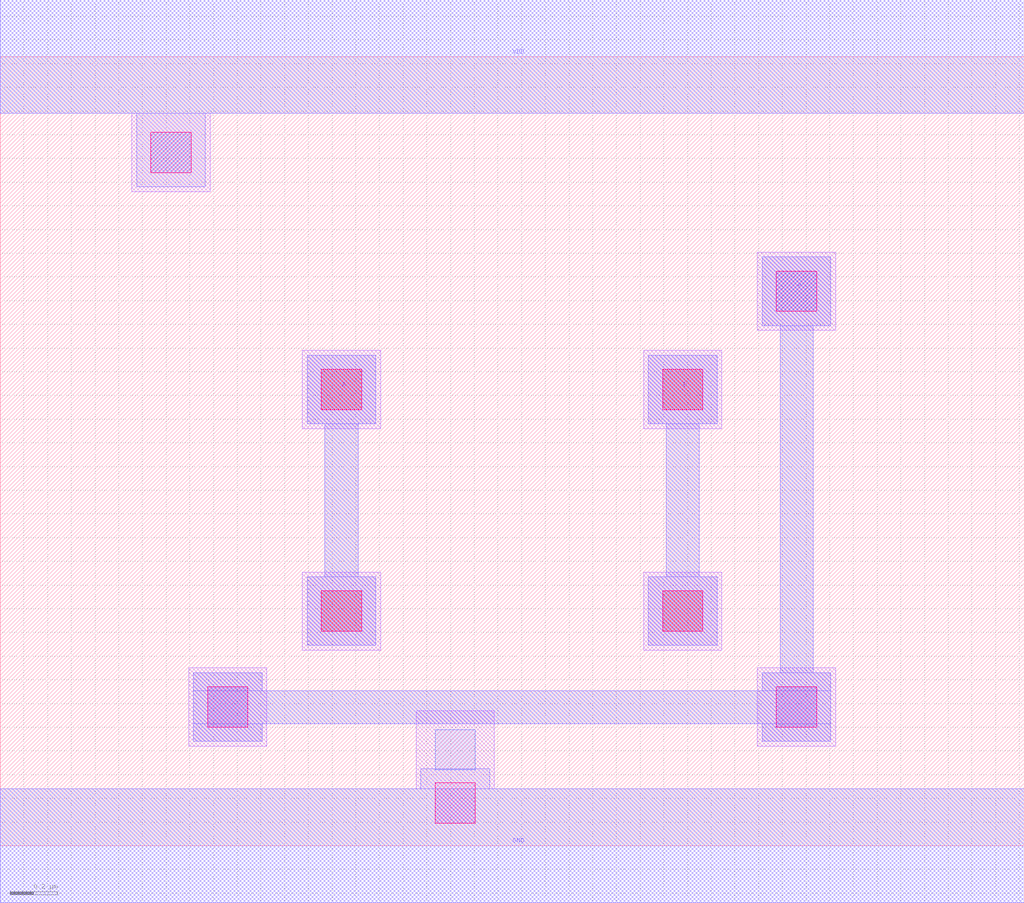
<source format=lef>
MACRO NOR2X1
 CLASS CORE ;
 FOREIGN NOR2X1 0 0 ;
 SIZE 4.32 BY 3.33 ;
 ORIGIN 0 0 ;
 SYMMETRY X Y R90 ;
 SITE unit ;
  PIN VDD
   DIRECTION INOUT ;
   USE POWER ;
   SHAPE ABUTMENT ;
    PORT
     CLASS CORE ;
       LAYER met1 ;
        RECT 0.00000000 3.09000000 4.32000000 3.57000000 ;
    END
  END VDD

  PIN GND
   DIRECTION INOUT ;
   USE POWER ;
   SHAPE ABUTMENT ;
    PORT
     CLASS CORE ;
       LAYER met1 ;
        RECT 0.00000000 -0.24000000 4.32000000 0.24000000 ;
    END
  END GND

  PIN Y
   DIRECTION INOUT ;
   USE SIGNAL ;
   SHAPE ABUTMENT ;
    PORT
     CLASS CORE ;
       LAYER met1 ;
        RECT 0.81500000 0.44000000 1.10500000 0.51500000 ;
        RECT 3.21500000 0.44000000 3.50500000 0.51500000 ;
        RECT 0.81500000 0.51500000 3.50500000 0.65500000 ;
        RECT 0.81500000 0.65500000 1.10500000 0.73000000 ;
        RECT 3.21500000 0.65500000 3.50500000 0.73000000 ;
        RECT 3.29000000 0.73000000 3.43000000 2.19500000 ;
        RECT 3.21500000 2.19500000 3.50500000 2.48500000 ;
    END
  END Y

  PIN B
   DIRECTION INOUT ;
   USE SIGNAL ;
   SHAPE ABUTMENT ;
    PORT
     CLASS CORE ;
       LAYER met1 ;
        RECT 2.73500000 0.84500000 3.02500000 1.13500000 ;
        RECT 2.81000000 1.13500000 2.95000000 1.78000000 ;
        RECT 2.73500000 1.78000000 3.02500000 2.07000000 ;
    END
  END B

  PIN A
   DIRECTION INOUT ;
   USE SIGNAL ;
   SHAPE ABUTMENT ;
    PORT
     CLASS CORE ;
       LAYER met1 ;
        RECT 1.29500000 0.84500000 1.58500000 1.13500000 ;
        RECT 1.37000000 1.13500000 1.51000000 1.78000000 ;
        RECT 1.29500000 1.78000000 1.58500000 2.07000000 ;
    END
  END A

 OBS
    LAYER polycont ;
     RECT 1.35500000 0.90500000 1.52500000 1.07500000 ;
     RECT 2.79500000 0.90500000 2.96500000 1.07500000 ;
     RECT 1.35500000 1.84000000 1.52500000 2.01000000 ;
     RECT 2.79500000 1.84000000 2.96500000 2.01000000 ;

    LAYER pdiffc ;
     RECT 3.27500000 2.25500000 3.44500000 2.42500000 ;
     RECT 0.63500000 2.84000000 0.80500000 3.01000000 ;

    LAYER ndiffc ;
     RECT 1.83500000 0.32000000 2.00500000 0.49000000 ;
     RECT 0.87500000 0.50000000 1.04500000 0.67000000 ;
     RECT 3.27500000 0.50000000 3.44500000 0.67000000 ;

    LAYER li1 ;
     RECT 1.83500000 0.09500000 2.00500000 0.24000000 ;
     RECT 1.75500000 0.24000000 2.08500000 0.57000000 ;
     RECT 0.79500000 0.42000000 1.12500000 0.75000000 ;
     RECT 3.19500000 0.42000000 3.52500000 0.75000000 ;
     RECT 1.27500000 0.82500000 1.60500000 1.15500000 ;
     RECT 2.71500000 0.82500000 3.04500000 1.15500000 ;
     RECT 1.27500000 1.76000000 1.60500000 2.09000000 ;
     RECT 2.71500000 1.76000000 3.04500000 2.09000000 ;
     RECT 3.19500000 2.17500000 3.52500000 2.50500000 ;
     RECT 0.55500000 2.76000000 0.88500000 3.09000000 ;

    LAYER viali ;
     RECT 1.83500000 0.09500000 2.00500000 0.26500000 ;
     RECT 0.87500000 0.50000000 1.04500000 0.67000000 ;
     RECT 3.27500000 0.50000000 3.44500000 0.67000000 ;
     RECT 1.35500000 0.90500000 1.52500000 1.07500000 ;
     RECT 2.79500000 0.90500000 2.96500000 1.07500000 ;
     RECT 1.35500000 1.84000000 1.52500000 2.01000000 ;
     RECT 2.79500000 1.84000000 2.96500000 2.01000000 ;
     RECT 3.27500000 2.25500000 3.44500000 2.42500000 ;
     RECT 0.63500000 2.84000000 0.80500000 3.01000000 ;

    LAYER met1 ;
     RECT 0.00000000 -0.24000000 4.32000000 0.24000000 ;
     RECT 1.77500000 0.24000000 2.06500000 0.32500000 ;
     RECT 1.29500000 0.84500000 1.58500000 1.13500000 ;
     RECT 1.37000000 1.13500000 1.51000000 1.78000000 ;
     RECT 1.29500000 1.78000000 1.58500000 2.07000000 ;
     RECT 2.73500000 0.84500000 3.02500000 1.13500000 ;
     RECT 2.81000000 1.13500000 2.95000000 1.78000000 ;
     RECT 2.73500000 1.78000000 3.02500000 2.07000000 ;
     RECT 0.81500000 0.44000000 1.10500000 0.51500000 ;
     RECT 3.21500000 0.44000000 3.50500000 0.51500000 ;
     RECT 0.81500000 0.51500000 3.50500000 0.65500000 ;
     RECT 0.81500000 0.65500000 1.10500000 0.73000000 ;
     RECT 3.21500000 0.65500000 3.50500000 0.73000000 ;
     RECT 3.29000000 0.73000000 3.43000000 2.19500000 ;
     RECT 3.21500000 2.19500000 3.50500000 2.48500000 ;
     RECT 0.57500000 2.78000000 0.86500000 3.09000000 ;
     RECT 0.00000000 3.09000000 4.32000000 3.57000000 ;

 END
END NOR2X1

</source>
